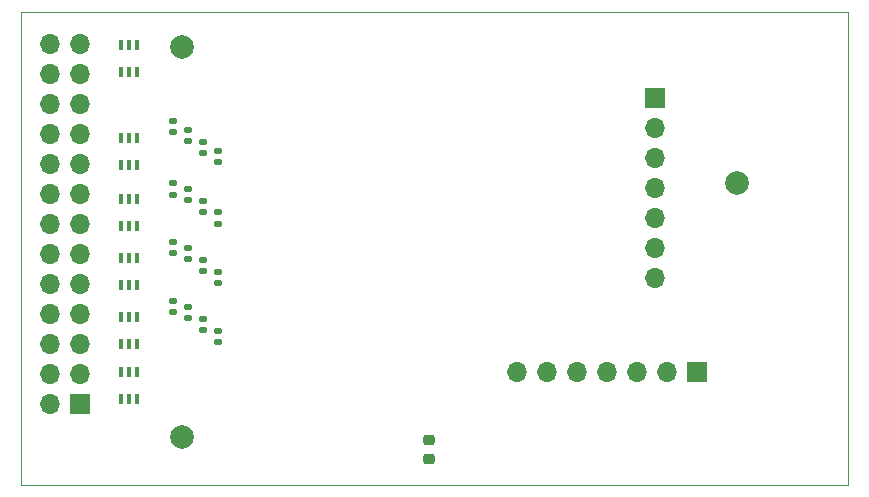
<source format=gbr>
%TF.GenerationSoftware,KiCad,Pcbnew,9.0.2-2.fc42*%
%TF.CreationDate,2025-06-23T11:30:10+02:00*%
%TF.ProjectId,bioamplifier,62696f61-6d70-46c6-9966-6965722e6b69,rev?*%
%TF.SameCoordinates,Original*%
%TF.FileFunction,Soldermask,Bot*%
%TF.FilePolarity,Negative*%
%FSLAX46Y46*%
G04 Gerber Fmt 4.6, Leading zero omitted, Abs format (unit mm)*
G04 Created by KiCad (PCBNEW 9.0.2-2.fc42) date 2025-06-23 11:30:10*
%MOMM*%
%LPD*%
G01*
G04 APERTURE LIST*
G04 Aperture macros list*
%AMRoundRect*
0 Rectangle with rounded corners*
0 $1 Rounding radius*
0 $2 $3 $4 $5 $6 $7 $8 $9 X,Y pos of 4 corners*
0 Add a 4 corners polygon primitive as box body*
4,1,4,$2,$3,$4,$5,$6,$7,$8,$9,$2,$3,0*
0 Add four circle primitives for the rounded corners*
1,1,$1+$1,$2,$3*
1,1,$1+$1,$4,$5*
1,1,$1+$1,$6,$7*
1,1,$1+$1,$8,$9*
0 Add four rect primitives between the rounded corners*
20,1,$1+$1,$2,$3,$4,$5,0*
20,1,$1+$1,$4,$5,$6,$7,0*
20,1,$1+$1,$6,$7,$8,$9,0*
20,1,$1+$1,$8,$9,$2,$3,0*%
G04 Aperture macros list end*
%ADD10R,1.700000X1.700000*%
%ADD11O,1.700000X1.700000*%
%ADD12C,2.000000*%
%ADD13RoundRect,0.140000X-0.170000X0.140000X-0.170000X-0.140000X0.170000X-0.140000X0.170000X0.140000X0*%
%ADD14RoundRect,0.225000X-0.250000X0.225000X-0.250000X-0.225000X0.250000X-0.225000X0.250000X0.225000X0*%
%ADD15R,0.355600X0.850900*%
%TA.AperFunction,Profile*%
%ADD16C,0.100000*%
%TD*%
G04 APERTURE END LIST*
D10*
%TO.C,J3*%
X106000000Y-79300000D03*
D11*
X106000000Y-81840000D03*
X106000000Y-84380000D03*
X106000000Y-86920000D03*
X106000000Y-89460000D03*
X106000000Y-92000000D03*
X106000000Y-94540000D03*
%TD*%
D12*
%TO.C,H2*%
X113000000Y-86550000D03*
%TD*%
%TO.C,H3*%
X66000000Y-108000000D03*
%TD*%
D10*
%TO.C,J2*%
X57340000Y-105260000D03*
D11*
X54800000Y-105260000D03*
X57340000Y-102720000D03*
X54800000Y-102720000D03*
X57340000Y-100180000D03*
X54800000Y-100180000D03*
X57340000Y-97640000D03*
X54800000Y-97640000D03*
X57340000Y-95100000D03*
X54800000Y-95100000D03*
X57340000Y-92560000D03*
X54800000Y-92560000D03*
X57340000Y-90020000D03*
X54800000Y-90020000D03*
X57340000Y-87480000D03*
X54800000Y-87480000D03*
X57340000Y-84940000D03*
X54800000Y-84940000D03*
X57340000Y-82400000D03*
X54800000Y-82400000D03*
X57340000Y-79860000D03*
X54800000Y-79860000D03*
X57340000Y-77320000D03*
X54800000Y-77320000D03*
X57340000Y-74780000D03*
X54800000Y-74780000D03*
%TD*%
D12*
%TO.C,H1*%
X66000000Y-75000000D03*
%TD*%
D10*
%TO.C,J1*%
X109620000Y-102500000D03*
D11*
X107080000Y-102500000D03*
X104540000Y-102500000D03*
X102000000Y-102500000D03*
X99460000Y-102500000D03*
X96920000Y-102500000D03*
X94380000Y-102500000D03*
%TD*%
D13*
%TO.C,C17*%
X69000000Y-83770000D03*
X69000000Y-84730000D03*
%TD*%
%TO.C,C16*%
X67750000Y-88040000D03*
X67750000Y-89000000D03*
%TD*%
D14*
%TO.C,C45*%
X86862500Y-108312500D03*
X86862500Y-109862500D03*
%TD*%
D13*
%TO.C,C32*%
X66500000Y-82040000D03*
X66500000Y-83000000D03*
%TD*%
%TO.C,C13*%
X69000000Y-94020000D03*
X69000000Y-94980000D03*
%TD*%
D15*
%TO.C,U9*%
X62149999Y-104773300D03*
X61500000Y-104773300D03*
X60850001Y-104773300D03*
X60850001Y-102500000D03*
X61500000Y-102500000D03*
X62149999Y-102500000D03*
%TD*%
D13*
%TO.C,C33*%
X65250000Y-81270000D03*
X65250000Y-82230000D03*
%TD*%
%TO.C,C36*%
X65250000Y-96520000D03*
X65250000Y-97480000D03*
%TD*%
%TO.C,C35*%
X65250000Y-91520000D03*
X65250000Y-92480000D03*
%TD*%
%TO.C,C18*%
X67750000Y-83020000D03*
X67750000Y-83980000D03*
%TD*%
%TO.C,C26*%
X66500000Y-97020000D03*
X66500000Y-97980000D03*
%TD*%
%TO.C,C31*%
X65250000Y-86540000D03*
X65250000Y-87500000D03*
%TD*%
%TO.C,C34*%
X66500000Y-92000000D03*
X66500000Y-92960000D03*
%TD*%
%TO.C,C14*%
X67750000Y-93020000D03*
X67750000Y-93980000D03*
%TD*%
%TO.C,C11*%
X69000000Y-99020000D03*
X69000000Y-99980000D03*
%TD*%
%TO.C,C28*%
X66500000Y-87020000D03*
X66500000Y-87980000D03*
%TD*%
D15*
%TO.C,U2*%
X62149999Y-85000000D03*
X61500000Y-85000000D03*
X60850001Y-85000000D03*
X60850001Y-82726700D03*
X61500000Y-82726700D03*
X62149999Y-82726700D03*
%TD*%
%TO.C,U10*%
X62149999Y-95136650D03*
X61500000Y-95136650D03*
X60850001Y-95136650D03*
X60850001Y-92863350D03*
X61500000Y-92863350D03*
X62149999Y-92863350D03*
%TD*%
%TO.C,U4*%
X62149999Y-100136650D03*
X61500000Y-100136650D03*
X60850001Y-100136650D03*
X60850001Y-97863350D03*
X61500000Y-97863350D03*
X62149999Y-97863350D03*
%TD*%
%TO.C,U3*%
X62149999Y-90136650D03*
X61500000Y-90136650D03*
X60850001Y-90136650D03*
X60850001Y-87863350D03*
X61500000Y-87863350D03*
X62149999Y-87863350D03*
%TD*%
D13*
%TO.C,C12*%
X67750000Y-98020000D03*
X67750000Y-98980000D03*
%TD*%
%TO.C,C15*%
X69000000Y-89000000D03*
X69000000Y-89960000D03*
%TD*%
D15*
%TO.C,U5*%
X60850001Y-74863350D03*
X61500000Y-74863350D03*
X62149999Y-74863350D03*
X62149999Y-77136650D03*
X61500000Y-77136650D03*
X60850001Y-77136650D03*
%TD*%
D16*
X52375000Y-72050000D02*
X122375000Y-72050000D01*
X122375000Y-112050000D01*
X52375000Y-112050000D01*
X52375000Y-72050000D01*
M02*

</source>
